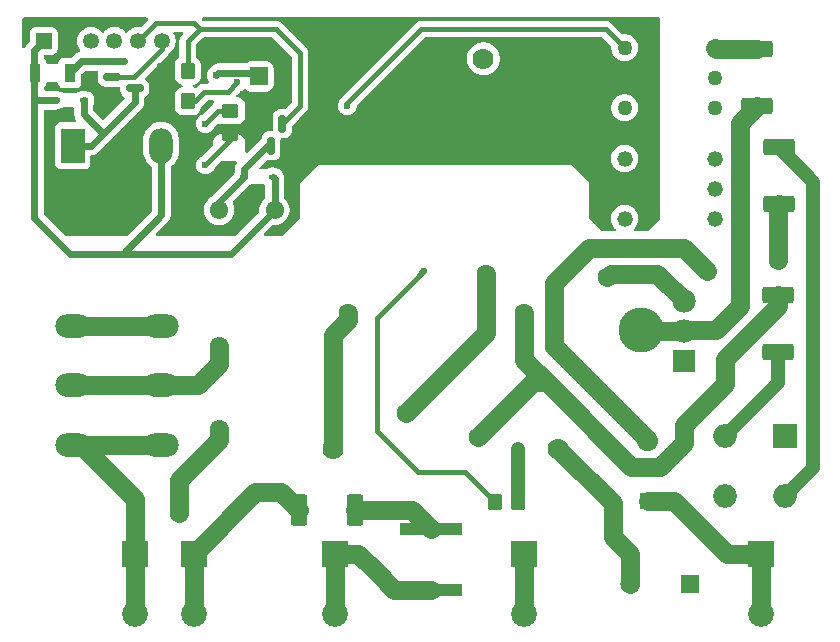
<source format=gbr>
%TF.GenerationSoftware,KiCad,Pcbnew,9.0.6-9.0.6~ubuntu24.04.1*%
%TF.CreationDate,2025-12-27T17:57:41+01:00*%
%TF.ProjectId,hv_board,68765f62-6f61-4726-942e-6b696361645f,rev?*%
%TF.SameCoordinates,Original*%
%TF.FileFunction,Copper,L1,Top*%
%TF.FilePolarity,Positive*%
%FSLAX46Y46*%
G04 Gerber Fmt 4.6, Leading zero omitted, Abs format (unit mm)*
G04 Created by KiCad (PCBNEW 9.0.6-9.0.6~ubuntu24.04.1) date 2025-12-27 17:57:41*
%MOMM*%
%LPD*%
G01*
G04 APERTURE LIST*
G04 Aperture macros list*
%AMRoundRect*
0 Rectangle with rounded corners*
0 $1 Rounding radius*
0 $2 $3 $4 $5 $6 $7 $8 $9 X,Y pos of 4 corners*
0 Add a 4 corners polygon primitive as box body*
4,1,4,$2,$3,$4,$5,$6,$7,$8,$9,$2,$3,0*
0 Add four circle primitives for the rounded corners*
1,1,$1+$1,$2,$3*
1,1,$1+$1,$4,$5*
1,1,$1+$1,$6,$7*
1,1,$1+$1,$8,$9*
0 Add four rect primitives between the rounded corners*
20,1,$1+$1,$2,$3,$4,$5,0*
20,1,$1+$1,$4,$5,$6,$7,0*
20,1,$1+$1,$6,$7,$8,$9,0*
20,1,$1+$1,$8,$9,$2,$3,0*%
G04 Aperture macros list end*
%TA.AperFunction,ComponentPad*%
%ADD10R,1.980000X1.980000*%
%TD*%
%TA.AperFunction,ComponentPad*%
%ADD11C,1.980000*%
%TD*%
%TA.AperFunction,SMDPad,CuDef*%
%ADD12R,5.350000X1.060000*%
%TD*%
%TA.AperFunction,ComponentPad*%
%ADD13C,1.549400*%
%TD*%
%TA.AperFunction,ComponentPad*%
%ADD14C,1.320800*%
%TD*%
%TA.AperFunction,SMDPad,CuDef*%
%ADD15RoundRect,0.249999X1.075001X-0.450001X1.075001X0.450001X-1.075001X0.450001X-1.075001X-0.450001X0*%
%TD*%
%TA.AperFunction,ComponentPad*%
%ADD16R,1.625600X1.625600*%
%TD*%
%TA.AperFunction,ComponentPad*%
%ADD17C,1.625600*%
%TD*%
%TA.AperFunction,ComponentPad*%
%ADD18R,2.000000X2.000000*%
%TD*%
%TA.AperFunction,ComponentPad*%
%ADD19O,2.000000X2.000000*%
%TD*%
%TA.AperFunction,SMDPad,CuDef*%
%ADD20RoundRect,0.250000X-0.350000X-0.450000X0.350000X-0.450000X0.350000X0.450000X-0.350000X0.450000X0*%
%TD*%
%TA.AperFunction,ComponentPad*%
%ADD21C,3.810000*%
%TD*%
%TA.AperFunction,ComponentPad*%
%ADD22C,1.270000*%
%TD*%
%TA.AperFunction,ComponentPad*%
%ADD23R,2.175000X2.175000*%
%TD*%
%TA.AperFunction,ComponentPad*%
%ADD24C,2.175000*%
%TD*%
%TA.AperFunction,SMDPad,CuDef*%
%ADD25R,0.711200X0.406400*%
%TD*%
%TA.AperFunction,SMDPad,CuDef*%
%ADD26RoundRect,0.249999X-0.450001X-1.075001X0.450001X-1.075001X0.450001X1.075001X-0.450001X1.075001X0*%
%TD*%
%TA.AperFunction,ComponentPad*%
%ADD27O,3.000000X2.000000*%
%TD*%
%TA.AperFunction,ComponentPad*%
%ADD28R,2.000000X3.000000*%
%TD*%
%TA.AperFunction,ComponentPad*%
%ADD29O,2.000000X3.000000*%
%TD*%
%TA.AperFunction,SMDPad,CuDef*%
%ADD30RoundRect,0.250000X0.350000X0.450000X-0.350000X0.450000X-0.350000X-0.450000X0.350000X-0.450000X0*%
%TD*%
%TA.AperFunction,SMDPad,CuDef*%
%ADD31RoundRect,0.150000X-0.587500X-0.150000X0.587500X-0.150000X0.587500X0.150000X-0.587500X0.150000X0*%
%TD*%
%TA.AperFunction,SMDPad,CuDef*%
%ADD32R,0.965200X1.600200*%
%TD*%
%TA.AperFunction,SMDPad,CuDef*%
%ADD33RoundRect,0.250000X0.450000X-0.350000X0.450000X0.350000X-0.450000X0.350000X-0.450000X-0.350000X0*%
%TD*%
%TA.AperFunction,ComponentPad*%
%ADD34RoundRect,0.250000X0.550000X-0.550000X0.550000X0.550000X-0.550000X0.550000X-0.550000X-0.550000X0*%
%TD*%
%TA.AperFunction,ComponentPad*%
%ADD35C,1.600000*%
%TD*%
%TA.AperFunction,SMDPad,CuDef*%
%ADD36RoundRect,0.249999X-1.075001X0.450001X-1.075001X-0.450001X1.075001X-0.450001X1.075001X0.450001X0*%
%TD*%
%TA.AperFunction,ComponentPad*%
%ADD37C,1.778000*%
%TD*%
%TA.AperFunction,ComponentPad*%
%ADD38R,1.473200X1.473200*%
%TD*%
%TA.AperFunction,ComponentPad*%
%ADD39C,1.473200*%
%TD*%
%TA.AperFunction,ComponentPad*%
%ADD40R,1.350000X1.350000*%
%TD*%
%TA.AperFunction,ComponentPad*%
%ADD41C,1.350000*%
%TD*%
%TA.AperFunction,SMDPad,CuDef*%
%ADD42RoundRect,0.150000X-0.150000X0.587500X-0.150000X-0.587500X0.150000X-0.587500X0.150000X0.587500X0*%
%TD*%
%TA.AperFunction,ViaPad*%
%ADD43C,0.600000*%
%TD*%
%TA.AperFunction,ViaPad*%
%ADD44C,1.600000*%
%TD*%
%TA.AperFunction,ViaPad*%
%ADD45C,1.200000*%
%TD*%
%TA.AperFunction,Conductor*%
%ADD46C,0.600000*%
%TD*%
%TA.AperFunction,Conductor*%
%ADD47C,1.600000*%
%TD*%
%TA.AperFunction,Conductor*%
%ADD48C,0.400000*%
%TD*%
%TA.AperFunction,Conductor*%
%ADD49C,1.200000*%
%TD*%
G04 APERTURE END LIST*
D10*
%TO.P,Q3,1,A1*%
%TO.N,Net-(Q3-A1)*%
X171000000Y-81600000D03*
D11*
%TO.P,Q3,2,A2*%
%TO.N,COFFEE_RELAY_L*%
X171000000Y-79050000D03*
%TO.P,Q3,3,G*%
%TO.N,Net-(Q3-G)*%
X171000000Y-76500000D03*
%TD*%
D12*
%TO.P,C1,1,1*%
%TO.N,Net-(C1-Pad1)*%
X149600000Y-95800000D03*
%TO.P,C1,2,2*%
%TO.N,COFFEE_RELAY_L*%
X149600000Y-101000000D03*
%TD*%
D13*
%TO.P,U2,1,1*%
%TO.N,COFFEE_RELAY_L*%
X131649500Y-87309100D03*
%TO.P,U2,2,2*%
%TO.N,230V_L*%
X131649500Y-80298700D03*
%TO.P,U2,3,3*%
%TO.N,12V*%
X136349500Y-68792500D03*
%TO.P,U2,4,4*%
%TO.N,Net-(Q2-D)*%
X131650500Y-68792500D03*
%TD*%
D14*
%TO.P,U5,1*%
%TO.N,Net-(R7-Pad2)*%
X173610000Y-69540000D03*
%TO.P,U5,2*%
%TO.N,Net-(D1--)*%
X173610000Y-67000000D03*
%TO.P,U5,3*%
%TO.N,unconnected-(U5-Pad3)*%
X173610000Y-64460000D03*
%TO.P,U5,4*%
%TO.N,PIN3*%
X165990000Y-64460000D03*
%TO.P,U5,5*%
%TO.N,GND*%
X165990000Y-67000000D03*
%TO.P,U5,6*%
%TO.N,12V*%
X165990000Y-69540000D03*
%TD*%
D15*
%TO.P,R6,1*%
%TO.N,Net-(D1-Pad2)*%
X179000000Y-80800000D03*
%TO.P,R6,2*%
%TO.N,230V_N*%
X179000000Y-76000000D03*
%TD*%
D16*
%TO.P,F1,1,1*%
%TO.N,230V_L*%
X171500000Y-100500000D03*
D17*
%TO.P,F1,2,2*%
%TO.N,Net-(U1-ACL)*%
X166420000Y-100500000D03*
%TD*%
D18*
%TO.P,D1,1,+*%
%TO.N,Net-(D1-+)*%
X179545000Y-87975000D03*
D19*
%TO.P,D1,2*%
%TO.N,Net-(D1-Pad2)*%
X174465000Y-87975000D03*
%TO.P,D1,3,-*%
%TO.N,Net-(D1--)*%
X174465000Y-93055000D03*
%TO.P,D1,4*%
%TO.N,Net-(D1-Pad4)*%
X179545000Y-93055000D03*
%TD*%
D20*
%TO.P,R1,1*%
%TO.N,GND*%
X127000000Y-59600000D03*
%TO.P,R1,2*%
%TO.N,PIN6*%
X129000000Y-59600000D03*
%TD*%
D15*
%TO.P,R5,1*%
%TO.N,230V_L*%
X179045000Y-68300000D03*
%TO.P,R5,2*%
%TO.N,Net-(D1-Pad4)*%
X179045000Y-63500000D03*
%TD*%
D21*
%TO.P,H1,1,1*%
%TO.N,COFFEE_RELAY_L*%
X167400000Y-79000000D03*
%TD*%
D22*
%TO.P,U7,1*%
%TO.N,Net-(R8-Pad2)*%
X165990000Y-55060000D03*
%TO.P,U7,2*%
%TO.N,GND*%
X165990000Y-57600000D03*
%TO.P,U7,3,NC*%
%TO.N,unconnected-(U7-NC-Pad3)*%
X165990000Y-60140000D03*
%TO.P,U7,4*%
%TO.N,Net-(Q3-G)*%
X173610000Y-60140000D03*
%TO.P,U7,5,NC*%
%TO.N,unconnected-(U7-NC-Pad5)*%
X173610000Y-57600000D03*
%TO.P,U7,6*%
%TO.N,Net-(R9-Pad1)*%
X173610000Y-55060000D03*
%TD*%
D23*
%TO.P,FA1,1,1*%
%TO.N,Net-(F2-Pad1)*%
X177500000Y-97900000D03*
D24*
%TO.P,FA1,2,2*%
X177500000Y-103000000D03*
%TD*%
D23*
%TO.P,FA11,1,1*%
%TO.N,Net-(FA11-Pad1)*%
X124500000Y-97900000D03*
D24*
%TO.P,FA11,2,2*%
X124500000Y-103000000D03*
%TD*%
D25*
%TO.P,U3,1*%
%TO.N,12V*%
X117806200Y-59500000D03*
%TO.P,U3,2*%
%TO.N,Net-(Q1-D)*%
X120193800Y-59500000D03*
%TD*%
D26*
%TO.P,R11,1*%
%TO.N,Net-(Q3-A1)*%
X138400000Y-94200000D03*
%TO.P,R11,2*%
%TO.N,Net-(C1-Pad1)*%
X143200000Y-94200000D03*
%TD*%
D27*
%TO.P,K1,11*%
%TO.N,230V_L*%
X126750000Y-83650000D03*
X119250000Y-83650000D03*
%TO.P,K1,12*%
%TO.N,unconnected-(K1-Pad12)*%
X126750000Y-78610000D03*
X119250000Y-78610000D03*
%TO.P,K1,14*%
%TO.N,Net-(FA11-Pad1)*%
X126750000Y-88690000D03*
X119250000Y-88690000D03*
D28*
%TO.P,K1,A1*%
%TO.N,Net-(Q1-D)*%
X119250000Y-63350000D03*
D29*
%TO.P,K1,A2*%
%TO.N,12V*%
X126750000Y-63350000D03*
%TD*%
D30*
%TO.P,R7,1*%
%TO.N,Net-(D1-+)*%
X157000000Y-93500000D03*
%TO.P,R7,2*%
%TO.N,Net-(R7-Pad2)*%
X155000000Y-93500000D03*
%TD*%
D31*
%TO.P,Q1,1,G*%
%TO.N,PIN6*%
X122625000Y-57550000D03*
%TO.P,Q1,2,S*%
%TO.N,GND*%
X122625000Y-59450000D03*
%TO.P,Q1,3,D*%
%TO.N,Net-(Q1-D)*%
X124500000Y-58500000D03*
%TD*%
D32*
%TO.P,F4,1,1*%
%TO.N,Net-(U1-+VOUT)*%
X119000000Y-57200000D03*
%TO.P,F4,2,2*%
%TO.N,12V*%
X116053600Y-57200000D03*
%TD*%
D33*
%TO.P,R8,1*%
%TO.N,PIN4*%
X132600000Y-62400000D03*
%TO.P,R8,2*%
%TO.N,Net-(R8-Pad2)*%
X132600000Y-60400000D03*
%TD*%
D23*
%TO.P,FA4,1,1*%
%TO.N,230V_N*%
X157500000Y-97900000D03*
D24*
%TO.P,FA4,2,2*%
X157500000Y-103000000D03*
%TD*%
D23*
%TO.P,FA10,1,1*%
%TO.N,Net-(Q3-A1)*%
X129500000Y-97900000D03*
D24*
%TO.P,FA10,2,2*%
X129500000Y-103000000D03*
%TD*%
D34*
%TO.P,C3,1*%
%TO.N,Net-(U1-+VOUT)*%
X135000000Y-57500000D03*
D35*
%TO.P,C3,2*%
%TO.N,GND*%
X135000000Y-55000000D03*
%TD*%
D36*
%TO.P,R9,1*%
%TO.N,Net-(R9-Pad1)*%
X177200000Y-55200000D03*
%TO.P,R9,2*%
%TO.N,COFFEE_RELAY_L*%
X177200000Y-60000000D03*
%TD*%
D23*
%TO.P,FA7,1,1*%
%TO.N,COFFEE_RELAY_L*%
X141500000Y-97900000D03*
D24*
%TO.P,FA7,2,2*%
X141500000Y-103000000D03*
%TD*%
D20*
%TO.P,R28,1*%
%TO.N,GND*%
X127000000Y-57000000D03*
%TO.P,R28,2*%
%TO.N,PIN5*%
X129000000Y-57000000D03*
%TD*%
D37*
%TO.P,U1,1,ACN*%
%TO.N,230V_N*%
X141340000Y-89010000D03*
%TO.P,U1,2,ACL*%
%TO.N,Net-(U1-ACL)*%
X160390000Y-89010000D03*
%TO.P,U1,3,-VOUT*%
%TO.N,GND*%
X141340000Y-55990000D03*
%TO.P,U1,4,+VOUT*%
%TO.N,Net-(U1-+VOUT)*%
X154040000Y-55990000D03*
%TD*%
D38*
%TO.P,F2,1,1*%
%TO.N,Net-(F2-Pad1)*%
X168000000Y-93405000D03*
D39*
%TO.P,F2,2,2*%
%TO.N,230V_L*%
X168000000Y-88325000D03*
%TD*%
D40*
%TO.P,J6,1,Pin_1*%
%TO.N,12V*%
X116800000Y-54500000D03*
D41*
%TO.P,J6,2,Pin_2*%
%TO.N,GND*%
X118800000Y-54500000D03*
%TO.P,J6,3,Pin_3*%
%TO.N,PIN3*%
X120800000Y-54500000D03*
%TO.P,J6,4,Pin_4*%
%TO.N,PIN4*%
X122800000Y-54500000D03*
%TO.P,J6,5,Pin_5*%
%TO.N,PIN5*%
X124800000Y-54500000D03*
%TO.P,J6,6,Pin_6*%
%TO.N,PIN6*%
X126800000Y-54500000D03*
%TD*%
D25*
%TO.P,U4,1*%
%TO.N,12V*%
X136193800Y-66000000D03*
%TO.P,U4,2*%
%TO.N,Net-(Q2-D)*%
X133806200Y-66000000D03*
%TD*%
D42*
%TO.P,Q2,1,G*%
%TO.N,PIN5*%
X137000000Y-61500000D03*
%TO.P,Q2,2,S*%
%TO.N,GND*%
X135100000Y-61500000D03*
%TO.P,Q2,3,D*%
%TO.N,Net-(Q2-D)*%
X136050000Y-63375000D03*
%TD*%
D43*
%TO.N,GND*%
X119500000Y-68000000D03*
X123502872Y-68000000D03*
X164000000Y-68000000D03*
X122000000Y-60600000D03*
X168000000Y-68000000D03*
%TO.N,Net-(U1-+VOUT)*%
X131400000Y-57400000D03*
X123600000Y-56200000D03*
D44*
%TO.N,230V_L*%
X179000000Y-73000000D03*
X160000000Y-80300000D03*
X173000000Y-74000000D03*
%TO.N,230V_N*%
X142610000Y-77500000D03*
X153600000Y-88000000D03*
X157500000Y-77500000D03*
%TO.N,COFFEE_RELAY_L*%
X128250000Y-94500000D03*
X154250000Y-74250000D03*
X147500000Y-86000000D03*
D45*
%TO.N,Net-(D1-+)*%
X157000000Y-89000000D03*
D43*
%TO.N,PIN6*%
X133200000Y-58000000D03*
D44*
%TO.N,Net-(Q3-A1)*%
X136200000Y-92700000D03*
D43*
%TO.N,Net-(R7-Pad2)*%
X149000000Y-74000000D03*
%TO.N,Net-(R8-Pad2)*%
X142500000Y-60000000D03*
X130500000Y-61500000D03*
D44*
%TO.N,Net-(Q3-G)*%
X164500000Y-74500000D03*
D43*
%TO.N,PIN4*%
X130500000Y-65000000D03*
%TD*%
D46*
%TO.N,Net-(U1-+VOUT)*%
X131601000Y-57199000D02*
X131400000Y-57400000D01*
X135000000Y-57500000D02*
X134699000Y-57199000D01*
X120000000Y-56200000D02*
X123600000Y-56200000D01*
X134699000Y-57199000D02*
X131601000Y-57199000D01*
X119000000Y-57200000D02*
X120000000Y-56200000D01*
D47*
%TO.N,230V_L*%
X131649500Y-81850500D02*
X129850000Y-83650000D01*
X168000000Y-88325000D02*
X168000000Y-88300000D01*
X119250000Y-83650000D02*
X123000000Y-83650000D01*
X168000000Y-88300000D02*
X160000000Y-80300000D01*
X160000000Y-75000000D02*
X160000000Y-80300000D01*
X171000000Y-72000000D02*
X163000000Y-72000000D01*
X123000000Y-83650000D02*
X126750000Y-83650000D01*
X129850000Y-83650000D02*
X126750000Y-83650000D01*
X179000000Y-73000000D02*
X179000000Y-68345000D01*
X168000000Y-88325000D02*
X167825000Y-88325000D01*
X131649500Y-80298700D02*
X131649500Y-81850500D01*
X163000000Y-72000000D02*
X160000000Y-75000000D01*
X173000000Y-74000000D02*
X171000000Y-72000000D01*
X179000000Y-68345000D02*
X179045000Y-68300000D01*
%TO.N,Net-(U1-ACL)*%
X166420000Y-97920000D02*
X165000000Y-96500000D01*
X166420000Y-100500000D02*
X166420000Y-97920000D01*
X165000000Y-93620000D02*
X165000000Y-94250000D01*
X165000000Y-96500000D02*
X165000000Y-94250000D01*
X160390000Y-89010000D02*
X165000000Y-93620000D01*
%TO.N,Net-(F2-Pad1)*%
X170155000Y-93405000D02*
X174650000Y-97900000D01*
X177500000Y-97900000D02*
X177500000Y-103000000D01*
X174650000Y-97900000D02*
X177500000Y-97900000D01*
X168000000Y-93405000D02*
X170155000Y-93405000D01*
%TO.N,230V_N*%
X157500000Y-97900000D02*
X157500000Y-103000000D01*
X142610000Y-77500000D02*
X142610000Y-78140000D01*
X168974000Y-90526000D02*
X171000000Y-88500000D01*
X171000000Y-88500000D02*
X171000000Y-87000000D01*
X174500000Y-81433206D02*
X179000000Y-76933206D01*
X159400000Y-83400000D02*
X166526000Y-90526000D01*
X171000000Y-87000000D02*
X174500000Y-83500000D01*
X174500000Y-83500000D02*
X174500000Y-81433206D01*
X142610000Y-78140000D02*
X141340000Y-79410000D01*
X157500000Y-81500000D02*
X159400000Y-83400000D01*
X166526000Y-90526000D02*
X168974000Y-90526000D01*
X158200000Y-83400000D02*
X153600000Y-88000000D01*
X179000000Y-76933206D02*
X179000000Y-76000000D01*
X159400000Y-83400000D02*
X158200000Y-83400000D01*
X141340000Y-79410000D02*
X141340000Y-89010000D01*
X157500000Y-77500000D02*
X157500000Y-81500000D01*
%TO.N,Net-(C1-Pad1)*%
X143200000Y-94200000D02*
X148000000Y-94200000D01*
X148000000Y-94200000D02*
X149600000Y-95800000D01*
%TO.N,COFFEE_RELAY_L*%
X144900000Y-99400000D02*
X146500000Y-101000000D01*
X141500000Y-97900000D02*
X143400000Y-97900000D01*
D48*
X175744300Y-61655700D02*
X175744300Y-61455700D01*
D47*
X173688600Y-79000000D02*
X175744300Y-76944300D01*
X146500000Y-101000000D02*
X149600000Y-101000000D01*
X154250000Y-79250000D02*
X147500000Y-86000000D01*
X141500000Y-103000000D02*
X141500000Y-97900000D01*
X171000000Y-79050000D02*
X167450000Y-79050000D01*
X128250000Y-91637316D02*
X131649500Y-88237816D01*
X131649500Y-88237816D02*
X131649500Y-87309100D01*
X143400000Y-97900000D02*
X144900000Y-99400000D01*
X154250000Y-74250000D02*
X154250000Y-79250000D01*
D48*
X167450000Y-79050000D02*
X167400000Y-79000000D01*
D47*
X175744300Y-61655700D02*
X175744300Y-76944300D01*
X175744300Y-61455700D02*
X177200000Y-60000000D01*
X171000000Y-79000000D02*
X173688600Y-79000000D01*
X128250000Y-94500000D02*
X128250000Y-91637316D01*
D46*
%TO.N,Net-(Q1-D)*%
X121850000Y-62350000D02*
X120850000Y-63350000D01*
X120193800Y-59500000D02*
X120193800Y-60693800D01*
X124500000Y-59700000D02*
X121850000Y-62350000D01*
X120193800Y-60693800D02*
X121850000Y-62350000D01*
X124500000Y-58500000D02*
X124500000Y-59700000D01*
X119250000Y-63350000D02*
X119250000Y-62250000D01*
X120850000Y-63350000D02*
X119250000Y-63350000D01*
D47*
%TO.N,unconnected-(K1-Pad12)*%
X119250000Y-78610000D02*
X126750000Y-78610000D01*
D46*
%TO.N,Net-(Q2-D)*%
X133806200Y-65318801D02*
X133806200Y-66000000D01*
X135750001Y-63375000D02*
X133806200Y-65318801D01*
X131650500Y-68792500D02*
X131650500Y-68155700D01*
X131650500Y-68155700D02*
X133806200Y-66000000D01*
X136050000Y-63375000D02*
X135750001Y-63375000D01*
D49*
%TO.N,Net-(D1-+)*%
X157000000Y-93500000D02*
X157000000Y-89000000D01*
%TO.N,Net-(D1-Pad2)*%
X179000000Y-83440000D02*
X178440000Y-84000000D01*
X174465000Y-87975000D02*
X178440000Y-84000000D01*
X179000000Y-80800000D02*
X179000000Y-83440000D01*
%TO.N,Net-(D1-Pad4)*%
X181946000Y-90654000D02*
X181946000Y-66401000D01*
X179545000Y-93055000D02*
X181946000Y-90654000D01*
X181946000Y-66401000D02*
X179045000Y-63500000D01*
D48*
%TO.N,PIN5*%
X129000000Y-57000000D02*
X129000000Y-54500000D01*
X130000000Y-53500000D02*
X136500000Y-53500000D01*
X129500000Y-53000000D02*
X130000000Y-53500000D01*
X124800000Y-54500000D02*
X126300000Y-53000000D01*
X126300000Y-53000000D02*
X129500000Y-53000000D01*
X136500000Y-53500000D02*
X138500000Y-55500000D01*
X138500000Y-60000000D02*
X137000000Y-61500000D01*
X129000000Y-54500000D02*
X130000000Y-53500000D01*
X138500000Y-55500000D02*
X138500000Y-60000000D01*
%TO.N,PIN6*%
X130400000Y-58800000D02*
X129600000Y-59600000D01*
X129600000Y-59600000D02*
X129000000Y-59600000D01*
X124450000Y-57550000D02*
X122625000Y-57550000D01*
X132400000Y-58800000D02*
X130400000Y-58800000D01*
X126800000Y-54500000D02*
X126800000Y-55200000D01*
X133200000Y-58000000D02*
X132400000Y-58800000D01*
X126800000Y-55200000D02*
X124450000Y-57550000D01*
D47*
%TO.N,Net-(Q3-A1)*%
X129500000Y-97900000D02*
X129500000Y-103000000D01*
X136200000Y-92700000D02*
X134700000Y-92700000D01*
X134700000Y-92700000D02*
X129500000Y-97900000D01*
X136900000Y-92700000D02*
X138400000Y-94200000D01*
X136200000Y-92700000D02*
X136900000Y-92700000D01*
D48*
%TO.N,Net-(R7-Pad2)*%
X149000000Y-74000000D02*
X145011000Y-77989000D01*
X145011000Y-77989000D02*
X145011000Y-87511000D01*
X152500000Y-91000000D02*
X155000000Y-93500000D01*
X148500000Y-91000000D02*
X152500000Y-91000000D01*
X145011000Y-87511000D02*
X148500000Y-91000000D01*
%TO.N,Net-(R8-Pad2)*%
X142500000Y-59750000D02*
X148750000Y-53500000D01*
X132500000Y-60400000D02*
X131600000Y-60400000D01*
X164400000Y-53500000D02*
X165900000Y-55000000D01*
X148750000Y-53500000D02*
X164400000Y-53500000D01*
X131600000Y-60400000D02*
X130500000Y-61500000D01*
X142500000Y-60000000D02*
X142500000Y-59750000D01*
D46*
%TO.N,12V*%
X126750000Y-69250000D02*
X123500000Y-72500000D01*
X116000000Y-59500000D02*
X116000000Y-58500000D01*
X136349500Y-66155700D02*
X136193800Y-66000000D01*
X127500000Y-72500000D02*
X123500000Y-72500000D01*
X119000000Y-72500000D02*
X116000000Y-69500000D01*
X136349500Y-68792500D02*
X136349500Y-66155700D01*
X116000000Y-58500000D02*
X116000000Y-55300000D01*
X126750000Y-63350000D02*
X126750000Y-69250000D01*
X116000000Y-65500000D02*
X116000000Y-69500000D01*
X123500000Y-72500000D02*
X119000000Y-72500000D01*
X127500000Y-72500000D02*
X132642000Y-72500000D01*
X132642000Y-72500000D02*
X136349500Y-68792500D01*
X117806200Y-59500000D02*
X116000000Y-59500000D01*
X116000000Y-55300000D02*
X116800000Y-54500000D01*
X116000000Y-65500000D02*
X116000000Y-59500000D01*
X127053600Y-63046400D02*
X126750000Y-63350000D01*
D47*
%TO.N,Net-(FA11-Pad1)*%
X119250000Y-88690000D02*
X126750000Y-88690000D01*
X124500000Y-93250000D02*
X124500000Y-97900000D01*
X124500000Y-103000000D02*
X124500000Y-97900000D01*
X119940000Y-88690000D02*
X124500000Y-93250000D01*
X119250000Y-88690000D02*
X119940000Y-88690000D01*
%TO.N,Net-(Q3-G)*%
X164799000Y-74201000D02*
X164500000Y-74500000D01*
X168741000Y-74201000D02*
X164799000Y-74201000D01*
X171000000Y-76460000D02*
X168741000Y-74201000D01*
%TO.N,Net-(R9-Pad1)*%
X173750000Y-55200000D02*
X173610000Y-55060000D01*
X177200000Y-55200000D02*
X173750000Y-55200000D01*
D48*
%TO.N,PIN4*%
X132600000Y-62400000D02*
X132600000Y-62900000D01*
X132600000Y-62900000D02*
X130500000Y-65000000D01*
%TD*%
%TA.AperFunction,Conductor*%
%TO.N,Net-(R7-Pad2)*%
G36*
X148760062Y-73839634D02*
G01*
X148998734Y-73997984D01*
X149002015Y-74001265D01*
X149160365Y-74239937D01*
X149162084Y-74248725D01*
X149157331Y-74255986D01*
X148729277Y-74555972D01*
X148720535Y-74557914D01*
X148714289Y-74554664D01*
X148445335Y-74285710D01*
X148441908Y-74277437D01*
X148444025Y-74270725D01*
X148744015Y-73842666D01*
X148751567Y-73837860D01*
X148760062Y-73839634D01*
G37*
%TD.AperFunction*%
%TD*%
%TA.AperFunction,Conductor*%
%TO.N,GND*%
G36*
X128530725Y-53706738D02*
G01*
X128552814Y-53708318D01*
X128563597Y-53716390D01*
X128576519Y-53720185D01*
X128591018Y-53736918D01*
X128608747Y-53750190D01*
X128613454Y-53762810D01*
X128622274Y-53772989D01*
X128625425Y-53794906D01*
X128633164Y-53815654D01*
X128630301Y-53828814D01*
X128632218Y-53842147D01*
X128623018Y-53862290D01*
X128618312Y-53883927D01*
X128605043Y-53901652D01*
X128603193Y-53905703D01*
X128597161Y-53912181D01*
X128455888Y-54053453D01*
X128455887Y-54053454D01*
X128379222Y-54168192D01*
X128326421Y-54295667D01*
X128326418Y-54295679D01*
X128304179Y-54407484D01*
X128304179Y-54407488D01*
X128299500Y-54431007D01*
X128299500Y-55815201D01*
X128279815Y-55882240D01*
X128240598Y-55920739D01*
X128181344Y-55957287D01*
X128057289Y-56081342D01*
X127965187Y-56230663D01*
X127965185Y-56230668D01*
X127953747Y-56265186D01*
X127910001Y-56397203D01*
X127910001Y-56397204D01*
X127910000Y-56397204D01*
X127899500Y-56499983D01*
X127899500Y-57500001D01*
X127899501Y-57500019D01*
X127910000Y-57602796D01*
X127910001Y-57602799D01*
X127920175Y-57633501D01*
X127965186Y-57769334D01*
X128057288Y-57918656D01*
X128181344Y-58042712D01*
X128330666Y-58134814D01*
X128473953Y-58182294D01*
X128531396Y-58222065D01*
X128558219Y-58286581D01*
X128545904Y-58355357D01*
X128498361Y-58406557D01*
X128473952Y-58417705D01*
X128330666Y-58465186D01*
X128330663Y-58465187D01*
X128181342Y-58557289D01*
X128057289Y-58681342D01*
X127965187Y-58830663D01*
X127965185Y-58830668D01*
X127956123Y-58858015D01*
X127910001Y-58997203D01*
X127910001Y-58997204D01*
X127910000Y-58997204D01*
X127899500Y-59099983D01*
X127899500Y-60100001D01*
X127899501Y-60100019D01*
X127910000Y-60202796D01*
X127910001Y-60202799D01*
X127965185Y-60369331D01*
X127965187Y-60369336D01*
X127998644Y-60423578D01*
X128057288Y-60518656D01*
X128181344Y-60642712D01*
X128330666Y-60734814D01*
X128497203Y-60789999D01*
X128599991Y-60800500D01*
X129400008Y-60800499D01*
X129400016Y-60800498D01*
X129400019Y-60800498D01*
X129496825Y-60790609D01*
X129502797Y-60789999D01*
X129669334Y-60734814D01*
X129818656Y-60642712D01*
X129942712Y-60518656D01*
X130034814Y-60369334D01*
X130089999Y-60202797D01*
X130097137Y-60132918D01*
X130123532Y-60068229D01*
X130132805Y-60057850D01*
X130653838Y-59536819D01*
X130715161Y-59503334D01*
X130741519Y-59500500D01*
X131079558Y-59500500D01*
X131107080Y-59508581D01*
X131135308Y-59513739D01*
X131140188Y-59518303D01*
X131146597Y-59520185D01*
X131165379Y-59541861D01*
X131186339Y-59561462D01*
X131187977Y-59567940D01*
X131192352Y-59572989D01*
X131196434Y-59601384D01*
X131203469Y-59629200D01*
X131201566Y-59637072D01*
X131202296Y-59642147D01*
X131197126Y-59663919D01*
X131193088Y-59675959D01*
X131190186Y-59680666D01*
X131135001Y-59847203D01*
X131134706Y-59850085D01*
X131131592Y-59859374D01*
X131115431Y-59882539D01*
X131101979Y-59907361D01*
X131101705Y-59907636D01*
X130305412Y-60703929D01*
X130265184Y-60730809D01*
X130120823Y-60790604D01*
X130120814Y-60790609D01*
X129989711Y-60878210D01*
X129989707Y-60878213D01*
X129878213Y-60989707D01*
X129878210Y-60989711D01*
X129790609Y-61120814D01*
X129790602Y-61120827D01*
X129730264Y-61266498D01*
X129730261Y-61266510D01*
X129699500Y-61421153D01*
X129699500Y-61578846D01*
X129730261Y-61733489D01*
X129730264Y-61733501D01*
X129790602Y-61879172D01*
X129790609Y-61879185D01*
X129878210Y-62010288D01*
X129878213Y-62010292D01*
X129989707Y-62121786D01*
X129989711Y-62121789D01*
X130120814Y-62209390D01*
X130120827Y-62209397D01*
X130265730Y-62269417D01*
X130266503Y-62269737D01*
X130421153Y-62300499D01*
X130421156Y-62300500D01*
X130421158Y-62300500D01*
X130578844Y-62300500D01*
X130578845Y-62300499D01*
X130733497Y-62269737D01*
X130879179Y-62209394D01*
X131010289Y-62121789D01*
X131121789Y-62010289D01*
X131209394Y-61879179D01*
X131209395Y-61879176D01*
X131209397Y-61879173D01*
X131266001Y-61742517D01*
X131269192Y-61734810D01*
X131273824Y-61727879D01*
X131274921Y-61722837D01*
X131296069Y-61694586D01*
X131464162Y-61526493D01*
X131525483Y-61493010D01*
X131590840Y-61496469D01*
X131722203Y-61539999D01*
X131824991Y-61550500D01*
X133175008Y-61550499D01*
X133277797Y-61539999D01*
X133444334Y-61484814D01*
X133593656Y-61392712D01*
X133717712Y-61268656D01*
X133809814Y-61119334D01*
X133864999Y-60952797D01*
X133875500Y-60850009D01*
X133875499Y-59949992D01*
X133874494Y-59940157D01*
X133864999Y-59847203D01*
X133864998Y-59847200D01*
X133852897Y-59810683D01*
X133809814Y-59680666D01*
X133717712Y-59531344D01*
X133593656Y-59407288D01*
X133444334Y-59315186D01*
X133277797Y-59260001D01*
X133277794Y-59260000D01*
X133222428Y-59254344D01*
X133157736Y-59227947D01*
X133117585Y-59170766D01*
X133114722Y-59100955D01*
X133147348Y-59043307D01*
X133394586Y-58796069D01*
X133434810Y-58769192D01*
X133489435Y-58746566D01*
X133579173Y-58709397D01*
X133579176Y-58709395D01*
X133579179Y-58709394D01*
X133710289Y-58621789D01*
X133747673Y-58584405D01*
X133808995Y-58550919D01*
X133878687Y-58555903D01*
X133923036Y-58584404D01*
X133981344Y-58642712D01*
X134130666Y-58734814D01*
X134297203Y-58789999D01*
X134399991Y-58800500D01*
X135600008Y-58800499D01*
X135702797Y-58789999D01*
X135869334Y-58734814D01*
X136018656Y-58642712D01*
X136142712Y-58518656D01*
X136234814Y-58369334D01*
X136289999Y-58202797D01*
X136300500Y-58100009D01*
X136300499Y-56899992D01*
X136300009Y-56895199D01*
X136289999Y-56797203D01*
X136289998Y-56797200D01*
X136261198Y-56710289D01*
X136234814Y-56630666D01*
X136142712Y-56481344D01*
X136018656Y-56357288D01*
X135913476Y-56292413D01*
X135869336Y-56265187D01*
X135869331Y-56265185D01*
X135867862Y-56264698D01*
X135702797Y-56210001D01*
X135702795Y-56210000D01*
X135600010Y-56199500D01*
X134399998Y-56199500D01*
X134399981Y-56199501D01*
X134297203Y-56210000D01*
X134297200Y-56210001D01*
X134130668Y-56265185D01*
X134130663Y-56265187D01*
X133981342Y-56357289D01*
X133976451Y-56362181D01*
X133915128Y-56395666D01*
X133888770Y-56398500D01*
X131522155Y-56398500D01*
X131367510Y-56429261D01*
X131367498Y-56429264D01*
X131221827Y-56489602D01*
X131221814Y-56489609D01*
X131090711Y-56577210D01*
X131090707Y-56577213D01*
X130778213Y-56889707D01*
X130778210Y-56889711D01*
X130690609Y-57020814D01*
X130690602Y-57020827D01*
X130630264Y-57166498D01*
X130630261Y-57166510D01*
X130599500Y-57321153D01*
X130599500Y-57478846D01*
X130630261Y-57633489D01*
X130630264Y-57633501D01*
X130690602Y-57779172D01*
X130690609Y-57779185D01*
X130775752Y-57906609D01*
X130796630Y-57973286D01*
X130778146Y-58040666D01*
X130726167Y-58087357D01*
X130672650Y-58099500D01*
X130331004Y-58099500D01*
X130195677Y-58126418D01*
X130195667Y-58126421D01*
X130068192Y-58179222D01*
X129953454Y-58255887D01*
X129779615Y-58429726D01*
X129718292Y-58463211D01*
X129652932Y-58459751D01*
X129526046Y-58417705D01*
X129468603Y-58377933D01*
X129441780Y-58313417D01*
X129454095Y-58244641D01*
X129501638Y-58193442D01*
X129526045Y-58182295D01*
X129669334Y-58134814D01*
X129818656Y-58042712D01*
X129942712Y-57918656D01*
X130034814Y-57769334D01*
X130089999Y-57602797D01*
X130100500Y-57500009D01*
X130100499Y-56499992D01*
X130099438Y-56489609D01*
X130089999Y-56397203D01*
X130089998Y-56397200D01*
X130071028Y-56339953D01*
X130034814Y-56230666D01*
X129942712Y-56081344D01*
X129818656Y-55957288D01*
X129818655Y-55957287D01*
X129759402Y-55920739D01*
X129712678Y-55868791D01*
X129700500Y-55815201D01*
X129700500Y-54841519D01*
X129720185Y-54774480D01*
X129736819Y-54753838D01*
X130253838Y-54236819D01*
X130315161Y-54203334D01*
X130341519Y-54200500D01*
X136158481Y-54200500D01*
X136225520Y-54220185D01*
X136246162Y-54236819D01*
X137763181Y-55753838D01*
X137796666Y-55815161D01*
X137799500Y-55841519D01*
X137799500Y-59658481D01*
X137779815Y-59725520D01*
X137763181Y-59746162D01*
X137283662Y-60225681D01*
X137222339Y-60259166D01*
X137195981Y-60262000D01*
X136784298Y-60262000D01*
X136747432Y-60264901D01*
X136747426Y-60264902D01*
X136589606Y-60310754D01*
X136589603Y-60310755D01*
X136448137Y-60394417D01*
X136448129Y-60394423D01*
X136331923Y-60510629D01*
X136331917Y-60510637D01*
X136248255Y-60652103D01*
X136248254Y-60652106D01*
X136202402Y-60809926D01*
X136202401Y-60809932D01*
X136199500Y-60846798D01*
X136199500Y-62013000D01*
X136179815Y-62080039D01*
X136127011Y-62125794D01*
X136075500Y-62137000D01*
X135834298Y-62137000D01*
X135797432Y-62139901D01*
X135797426Y-62139902D01*
X135639606Y-62185754D01*
X135639603Y-62185755D01*
X135498137Y-62269417D01*
X135498129Y-62269423D01*
X135381923Y-62385629D01*
X135381917Y-62385637D01*
X135298255Y-62527103D01*
X135298254Y-62527106D01*
X135252402Y-62684926D01*
X135252401Y-62684931D01*
X135251242Y-62699667D01*
X135226357Y-62764955D01*
X135215305Y-62777617D01*
X134087180Y-63905741D01*
X134025857Y-63939226D01*
X133956165Y-63934242D01*
X133900232Y-63892370D01*
X133875815Y-63826906D01*
X133875499Y-63818083D01*
X133875499Y-63049992D01*
X133867510Y-62971789D01*
X133864999Y-62947203D01*
X133864998Y-62947200D01*
X133836765Y-62862000D01*
X133809814Y-62780666D01*
X133717712Y-62631344D01*
X133593656Y-62507288D01*
X133444334Y-62415186D01*
X133277797Y-62360001D01*
X133277795Y-62360000D01*
X133175010Y-62349500D01*
X131824998Y-62349500D01*
X131824981Y-62349501D01*
X131722203Y-62360000D01*
X131722200Y-62360001D01*
X131555668Y-62415185D01*
X131555663Y-62415187D01*
X131406342Y-62507289D01*
X131282289Y-62631342D01*
X131190187Y-62780663D01*
X131190186Y-62780666D01*
X131135001Y-62947203D01*
X131135001Y-62947204D01*
X131135000Y-62947204D01*
X131124500Y-63049983D01*
X131124500Y-63333481D01*
X131104815Y-63400520D01*
X131088181Y-63421162D01*
X130305414Y-64203928D01*
X130265186Y-64230808D01*
X130120823Y-64290604D01*
X130120814Y-64290609D01*
X129989711Y-64378210D01*
X129989707Y-64378213D01*
X129878213Y-64489707D01*
X129878210Y-64489711D01*
X129790609Y-64620814D01*
X129790602Y-64620827D01*
X129730264Y-64766498D01*
X129730261Y-64766510D01*
X129699500Y-64921153D01*
X129699500Y-65078846D01*
X129730261Y-65233489D01*
X129730264Y-65233501D01*
X129790602Y-65379172D01*
X129790609Y-65379185D01*
X129878210Y-65510288D01*
X129878213Y-65510292D01*
X129989707Y-65621786D01*
X129989711Y-65621789D01*
X130120814Y-65709390D01*
X130120827Y-65709397D01*
X130266498Y-65769735D01*
X130266503Y-65769737D01*
X130421153Y-65800499D01*
X130421156Y-65800500D01*
X130421158Y-65800500D01*
X130578844Y-65800500D01*
X130578845Y-65800499D01*
X130733497Y-65769737D01*
X130879179Y-65709394D01*
X131010289Y-65621789D01*
X131121789Y-65510289D01*
X131209394Y-65379179D01*
X131269193Y-65234809D01*
X131296070Y-65194584D01*
X131803837Y-64686818D01*
X131865160Y-64653333D01*
X131891518Y-64650499D01*
X133058004Y-64650499D01*
X133125043Y-64670184D01*
X133170798Y-64722988D01*
X133180742Y-64792146D01*
X133161106Y-64843390D01*
X133096809Y-64939615D01*
X133096802Y-64939628D01*
X133036464Y-65085299D01*
X133036461Y-65085311D01*
X133005700Y-65239954D01*
X133005700Y-65535056D01*
X133004839Y-65539961D01*
X133005464Y-65542704D01*
X132999123Y-65572546D01*
X132998296Y-65577263D01*
X132998095Y-65577817D01*
X132956509Y-65689317D01*
X132955991Y-65694128D01*
X132951770Y-65705791D01*
X132936948Y-65725994D01*
X132922855Y-65751265D01*
X131140211Y-67533911D01*
X131028713Y-67645408D01*
X131028709Y-67645413D01*
X131011644Y-67670951D01*
X130981431Y-67702373D01*
X130932074Y-67738233D01*
X130819763Y-67819832D01*
X130819761Y-67819834D01*
X130819760Y-67819834D01*
X130677834Y-67961760D01*
X130677834Y-67961761D01*
X130677832Y-67961763D01*
X130627163Y-68031502D01*
X130559851Y-68124149D01*
X130468724Y-68302995D01*
X130406700Y-68493885D01*
X130406700Y-68493888D01*
X130375300Y-68692140D01*
X130375300Y-68892859D01*
X130406700Y-69091111D01*
X130406700Y-69091114D01*
X130468724Y-69282004D01*
X130539627Y-69421158D01*
X130559851Y-69460850D01*
X130677832Y-69623237D01*
X130819763Y-69765168D01*
X130982150Y-69883149D01*
X131160993Y-69974274D01*
X131160995Y-69974275D01*
X131351886Y-70036299D01*
X131351887Y-70036299D01*
X131351890Y-70036300D01*
X131550140Y-70067700D01*
X131550141Y-70067700D01*
X131750859Y-70067700D01*
X131750860Y-70067700D01*
X131949110Y-70036300D01*
X131949113Y-70036299D01*
X131949114Y-70036299D01*
X132140004Y-69974275D01*
X132140004Y-69974274D01*
X132140007Y-69974274D01*
X132318850Y-69883149D01*
X132481237Y-69765168D01*
X132623168Y-69623237D01*
X132741149Y-69460850D01*
X132832274Y-69282007D01*
X132877304Y-69143418D01*
X132894299Y-69091114D01*
X132894299Y-69091113D01*
X132894300Y-69091110D01*
X132925700Y-68892860D01*
X132925700Y-68692140D01*
X132894300Y-68493890D01*
X132894299Y-68493886D01*
X132894299Y-68493885D01*
X132832275Y-68302995D01*
X132806682Y-68252766D01*
X132793786Y-68184097D01*
X132820062Y-68119357D01*
X132829477Y-68108799D01*
X134207333Y-66730943D01*
X134249516Y-66703274D01*
X134262963Y-66697970D01*
X134269283Y-66697291D01*
X134404131Y-66646996D01*
X134417409Y-66637056D01*
X134432896Y-66630948D01*
X134451776Y-66629242D01*
X134469541Y-66622616D01*
X134478392Y-66622300D01*
X135425000Y-66622300D01*
X135492039Y-66641985D01*
X135537794Y-66694789D01*
X135549000Y-66746300D01*
X135549000Y-67738233D01*
X135529315Y-67805272D01*
X135512681Y-67825914D01*
X135376834Y-67961760D01*
X135376834Y-67961761D01*
X135376832Y-67961763D01*
X135326163Y-68031502D01*
X135258851Y-68124149D01*
X135167724Y-68302995D01*
X135105700Y-68493885D01*
X135105700Y-68493888D01*
X135074300Y-68692140D01*
X135074300Y-68884259D01*
X135054615Y-68951298D01*
X135037980Y-68971940D01*
X133552069Y-70457853D01*
X133046241Y-70963681D01*
X132984918Y-70997166D01*
X132958560Y-71000000D01*
X126431440Y-71000000D01*
X126364401Y-70980315D01*
X126318646Y-70927511D01*
X126308702Y-70858353D01*
X126337727Y-70794797D01*
X126343759Y-70788319D01*
X127371786Y-69760292D01*
X127371789Y-69760289D01*
X127459394Y-69629179D01*
X127519737Y-69483497D01*
X127550500Y-69328842D01*
X127550500Y-69171158D01*
X127550500Y-65186302D01*
X127570185Y-65119263D01*
X127601609Y-65085988D01*
X127727510Y-64994517D01*
X127894517Y-64827510D01*
X128033343Y-64636433D01*
X128140568Y-64425992D01*
X128213553Y-64201368D01*
X128226482Y-64119737D01*
X128250500Y-63968097D01*
X128250500Y-62731902D01*
X128213553Y-62498631D01*
X128168509Y-62360001D01*
X128140568Y-62274008D01*
X128140566Y-62274005D01*
X128140566Y-62274003D01*
X128079006Y-62153186D01*
X128033343Y-62063567D01*
X127894517Y-61872490D01*
X127727510Y-61705483D01*
X127536433Y-61566657D01*
X127457611Y-61526495D01*
X127325996Y-61459433D01*
X127101368Y-61386446D01*
X126868097Y-61349500D01*
X126868092Y-61349500D01*
X126631908Y-61349500D01*
X126631903Y-61349500D01*
X126398631Y-61386446D01*
X126174003Y-61459433D01*
X125963566Y-61566657D01*
X125907119Y-61607669D01*
X125772490Y-61705483D01*
X125772488Y-61705485D01*
X125772487Y-61705485D01*
X125605485Y-61872487D01*
X125605485Y-61872488D01*
X125605483Y-61872490D01*
X125600619Y-61879185D01*
X125466657Y-62063566D01*
X125359433Y-62274003D01*
X125286446Y-62498631D01*
X125249500Y-62731902D01*
X125249500Y-63968097D01*
X125286446Y-64201368D01*
X125359433Y-64425996D01*
X125446405Y-64596687D01*
X125466657Y-64636433D01*
X125605483Y-64827510D01*
X125772490Y-64994517D01*
X125898388Y-65085987D01*
X125941051Y-65141313D01*
X125949500Y-65186302D01*
X125949500Y-68867060D01*
X125929815Y-68934099D01*
X125913181Y-68954741D01*
X123904241Y-70963681D01*
X123842918Y-70997166D01*
X123816560Y-71000000D01*
X118683440Y-71000000D01*
X118616401Y-70980315D01*
X118595759Y-70963681D01*
X116836819Y-69204741D01*
X116803334Y-69143418D01*
X116800500Y-69117060D01*
X116800500Y-60424500D01*
X116820185Y-60357461D01*
X116872989Y-60311706D01*
X116924500Y-60300500D01*
X117885044Y-60300500D01*
X117885045Y-60300499D01*
X118039697Y-60269737D01*
X118143309Y-60226820D01*
X118178960Y-60212053D01*
X118213157Y-60203324D01*
X118269283Y-60197291D01*
X118404131Y-60146996D01*
X118404134Y-60146993D01*
X118411914Y-60142746D01*
X118412534Y-60143881D01*
X118469541Y-60122616D01*
X118478392Y-60122300D01*
X119269300Y-60122300D01*
X119336339Y-60141985D01*
X119382094Y-60194789D01*
X119393300Y-60246300D01*
X119393300Y-60772646D01*
X119424061Y-60927289D01*
X119424064Y-60927301D01*
X119484402Y-61072972D01*
X119484409Y-61072985D01*
X119540285Y-61156609D01*
X119561163Y-61223287D01*
X119542678Y-61290667D01*
X119490699Y-61337357D01*
X119437183Y-61349500D01*
X118202129Y-61349500D01*
X118202123Y-61349501D01*
X118142516Y-61355908D01*
X118007671Y-61406202D01*
X118007664Y-61406206D01*
X117892455Y-61492452D01*
X117892452Y-61492455D01*
X117806206Y-61607664D01*
X117806202Y-61607671D01*
X117755908Y-61742517D01*
X117749501Y-61802116D01*
X117749500Y-61802135D01*
X117749500Y-64897870D01*
X117749501Y-64897876D01*
X117755908Y-64957483D01*
X117806202Y-65092328D01*
X117806206Y-65092335D01*
X117892452Y-65207544D01*
X117892455Y-65207547D01*
X118007664Y-65293793D01*
X118007671Y-65293797D01*
X118142517Y-65344091D01*
X118142516Y-65344091D01*
X118149444Y-65344835D01*
X118202127Y-65350500D01*
X120297872Y-65350499D01*
X120357483Y-65344091D01*
X120492331Y-65293796D01*
X120607546Y-65207546D01*
X120693796Y-65092331D01*
X120744091Y-64957483D01*
X120750500Y-64897873D01*
X120750500Y-64274500D01*
X120770185Y-64207461D01*
X120822989Y-64161706D01*
X120874500Y-64150500D01*
X120928844Y-64150500D01*
X120928845Y-64150499D01*
X121083497Y-64119737D01*
X121229179Y-64059394D01*
X121360289Y-63971789D01*
X122360286Y-62971791D01*
X122360290Y-62971789D01*
X122471789Y-62860290D01*
X122471791Y-62860286D01*
X125121789Y-60210289D01*
X125209394Y-60079179D01*
X125269737Y-59933497D01*
X125300500Y-59778842D01*
X125300500Y-59621158D01*
X125300500Y-59350503D01*
X125320185Y-59283464D01*
X125361377Y-59243772D01*
X125489365Y-59168081D01*
X125605581Y-59051865D01*
X125689244Y-58910398D01*
X125735098Y-58752569D01*
X125738000Y-58715694D01*
X125738000Y-58284306D01*
X125735098Y-58247431D01*
X125734287Y-58244641D01*
X125692806Y-58101862D01*
X125689244Y-58089602D01*
X125605581Y-57948135D01*
X125605579Y-57948133D01*
X125605576Y-57948129D01*
X125489370Y-57831923D01*
X125489361Y-57831916D01*
X125419203Y-57790425D01*
X125371519Y-57739356D01*
X125359016Y-57670614D01*
X125385661Y-57606025D01*
X125394633Y-57596022D01*
X127344114Y-55646543D01*
X127420775Y-55531811D01*
X127425067Y-55521449D01*
X127466744Y-55468578D01*
X127565787Y-55396621D01*
X127696621Y-55265787D01*
X127805378Y-55116096D01*
X127889379Y-54951235D01*
X127946555Y-54775264D01*
X127975500Y-54592514D01*
X127975500Y-54407486D01*
X127946555Y-54224736D01*
X127890903Y-54053454D01*
X127889380Y-54048767D01*
X127889379Y-54048764D01*
X127803794Y-53880795D01*
X127790898Y-53812126D01*
X127817174Y-53747385D01*
X127874281Y-53707128D01*
X127914279Y-53700500D01*
X128509480Y-53700500D01*
X128530725Y-53706738D01*
G37*
%TD.AperFunction*%
%TA.AperFunction,Conductor*%
G36*
X168943039Y-52520185D02*
G01*
X168988794Y-52572989D01*
X169000000Y-52624500D01*
X169000000Y-69448638D01*
X168980315Y-69515677D01*
X168963681Y-69536319D01*
X167936819Y-70563181D01*
X167875496Y-70596666D01*
X167849138Y-70599500D01*
X166871623Y-70599500D01*
X166804584Y-70579815D01*
X166758829Y-70527011D01*
X166748885Y-70457853D01*
X166777910Y-70394297D01*
X166783942Y-70387819D01*
X166875485Y-70296276D01*
X166982891Y-70148444D01*
X167065848Y-69985631D01*
X167122315Y-69811845D01*
X167143284Y-69679452D01*
X167150900Y-69631370D01*
X167150900Y-69448629D01*
X167122315Y-69268158D01*
X167122315Y-69268155D01*
X167065848Y-69094369D01*
X166982891Y-68931556D01*
X166875485Y-68783724D01*
X166746276Y-68654515D01*
X166598444Y-68547109D01*
X166435631Y-68464152D01*
X166261845Y-68407685D01*
X166261843Y-68407684D01*
X166261841Y-68407684D01*
X166081370Y-68379100D01*
X166081365Y-68379100D01*
X165898635Y-68379100D01*
X165898630Y-68379100D01*
X165718158Y-68407684D01*
X165544366Y-68464153D01*
X165381555Y-68547109D01*
X165233721Y-68654517D01*
X165104517Y-68783721D01*
X164997109Y-68931555D01*
X164914153Y-69094366D01*
X164857684Y-69268158D01*
X164829100Y-69448629D01*
X164829100Y-69631370D01*
X164857684Y-69811841D01*
X164857685Y-69811845D01*
X164914152Y-69985631D01*
X164997109Y-70148444D01*
X165104515Y-70296276D01*
X165104517Y-70296278D01*
X165196058Y-70387819D01*
X165229543Y-70449142D01*
X165224559Y-70518834D01*
X165182687Y-70574767D01*
X165117223Y-70599184D01*
X165108377Y-70599500D01*
X164150862Y-70599500D01*
X164083823Y-70579815D01*
X164063181Y-70563181D01*
X163036319Y-69536319D01*
X163002834Y-69474996D01*
X163000000Y-69448638D01*
X163000000Y-66500000D01*
X161500000Y-65000000D01*
X140000000Y-65000000D01*
X139999999Y-65000000D01*
X138500000Y-66499999D01*
X138500000Y-69448638D01*
X138480315Y-69515677D01*
X138463681Y-69536319D01*
X137036319Y-70963681D01*
X136974996Y-70997166D01*
X136948638Y-71000000D01*
X135573439Y-71000000D01*
X135506400Y-70980315D01*
X135460645Y-70927511D01*
X135450701Y-70858353D01*
X135479726Y-70794797D01*
X135485758Y-70788319D01*
X136170058Y-70104019D01*
X136231381Y-70070534D01*
X136257739Y-70067700D01*
X136449859Y-70067700D01*
X136449860Y-70067700D01*
X136648110Y-70036300D01*
X136648113Y-70036299D01*
X136648114Y-70036299D01*
X136839004Y-69974275D01*
X136839004Y-69974274D01*
X136839007Y-69974274D01*
X137017850Y-69883149D01*
X137180237Y-69765168D01*
X137322168Y-69623237D01*
X137440149Y-69460850D01*
X137531274Y-69282007D01*
X137576304Y-69143418D01*
X137593299Y-69091114D01*
X137593299Y-69091113D01*
X137593300Y-69091110D01*
X137624700Y-68892860D01*
X137624700Y-68692140D01*
X137593300Y-68493890D01*
X137593299Y-68493886D01*
X137593299Y-68493885D01*
X137531275Y-68302995D01*
X137505682Y-68252766D01*
X137440149Y-68124150D01*
X137322168Y-67961763D01*
X137186319Y-67825914D01*
X137152834Y-67764591D01*
X137150000Y-67738233D01*
X137150000Y-66076855D01*
X137149999Y-66076853D01*
X137119238Y-65922210D01*
X137119237Y-65922203D01*
X137058894Y-65776521D01*
X137058892Y-65776518D01*
X137057575Y-65773338D01*
X137048846Y-65739137D01*
X137047433Y-65725994D01*
X137043491Y-65689317D01*
X136999938Y-65572546D01*
X136993197Y-65554471D01*
X136993193Y-65554464D01*
X136906947Y-65439255D01*
X136906944Y-65439252D01*
X136791735Y-65353006D01*
X136791728Y-65353002D01*
X136656882Y-65302708D01*
X136656884Y-65302708D01*
X136600756Y-65296674D01*
X136566560Y-65287946D01*
X136427301Y-65230264D01*
X136427289Y-65230261D01*
X136272645Y-65199500D01*
X136272642Y-65199500D01*
X136114958Y-65199500D01*
X136114955Y-65199500D01*
X135960310Y-65230261D01*
X135960298Y-65230264D01*
X135821039Y-65287947D01*
X135786840Y-65296676D01*
X135730716Y-65302708D01*
X135595871Y-65353002D01*
X135588086Y-65357254D01*
X135587465Y-65356118D01*
X135530459Y-65377384D01*
X135521608Y-65377700D01*
X135178741Y-65377700D01*
X135111702Y-65358015D01*
X135065947Y-65305211D01*
X135056003Y-65236053D01*
X135085028Y-65172497D01*
X135091060Y-65166019D01*
X135197980Y-65059098D01*
X135628997Y-64628080D01*
X135690318Y-64594597D01*
X135751269Y-64596686D01*
X135797431Y-64610098D01*
X135834306Y-64613000D01*
X135834314Y-64613000D01*
X136265686Y-64613000D01*
X136265694Y-64613000D01*
X136302569Y-64610098D01*
X136302571Y-64610097D01*
X136302573Y-64610097D01*
X136344191Y-64598005D01*
X136460398Y-64564244D01*
X136601865Y-64480581D01*
X136713817Y-64368629D01*
X164829100Y-64368629D01*
X164829100Y-64551370D01*
X164850553Y-64686818D01*
X164857685Y-64731845D01*
X164914152Y-64905631D01*
X164997109Y-65068444D01*
X165104515Y-65216276D01*
X165233724Y-65345485D01*
X165381556Y-65452891D01*
X165544369Y-65535848D01*
X165718155Y-65592315D01*
X165785835Y-65603034D01*
X165898630Y-65620900D01*
X165898635Y-65620900D01*
X166081370Y-65620900D01*
X166181631Y-65605019D01*
X166261845Y-65592315D01*
X166435631Y-65535848D01*
X166598444Y-65452891D01*
X166746276Y-65345485D01*
X166875485Y-65216276D01*
X166982891Y-65068444D01*
X167065848Y-64905631D01*
X167122315Y-64731845D01*
X167137427Y-64636433D01*
X167150900Y-64551370D01*
X167150900Y-64368629D01*
X167131843Y-64248315D01*
X167122315Y-64188155D01*
X167065848Y-64014369D01*
X166982891Y-63851556D01*
X166875485Y-63703724D01*
X166746276Y-63574515D01*
X166598444Y-63467109D01*
X166435631Y-63384152D01*
X166261845Y-63327685D01*
X166261843Y-63327684D01*
X166261841Y-63327684D01*
X166081370Y-63299100D01*
X166081365Y-63299100D01*
X165898635Y-63299100D01*
X165898630Y-63299100D01*
X165718158Y-63327684D01*
X165544366Y-63384153D01*
X165381555Y-63467109D01*
X165233721Y-63574517D01*
X165104517Y-63703721D01*
X164997109Y-63851555D01*
X164914153Y-64014366D01*
X164857684Y-64188158D01*
X164829100Y-64368629D01*
X136713817Y-64368629D01*
X136718081Y-64364365D01*
X136801744Y-64222898D01*
X136847598Y-64065069D01*
X136850500Y-64028194D01*
X136850500Y-62862000D01*
X136870185Y-62794961D01*
X136922989Y-62749206D01*
X136974500Y-62738000D01*
X137215686Y-62738000D01*
X137215694Y-62738000D01*
X137252569Y-62735098D01*
X137252571Y-62735097D01*
X137252573Y-62735097D01*
X137298320Y-62721806D01*
X137410398Y-62689244D01*
X137551865Y-62605581D01*
X137668081Y-62489365D01*
X137751744Y-62347898D01*
X137797598Y-62190069D01*
X137800500Y-62153194D01*
X137800500Y-61741518D01*
X137820185Y-61674479D01*
X137836819Y-61653837D01*
X138417684Y-61072972D01*
X139044113Y-60446543D01*
X139051840Y-60434979D01*
X139059459Y-60423578D01*
X139120771Y-60331817D01*
X139120771Y-60331816D01*
X139120775Y-60331811D01*
X139164264Y-60226820D01*
X139173580Y-60204329D01*
X139184984Y-60146996D01*
X139185557Y-60144117D01*
X139185557Y-60144114D01*
X139200500Y-60068993D01*
X139200500Y-59921153D01*
X141699500Y-59921153D01*
X141699500Y-60078846D01*
X141730261Y-60233489D01*
X141730264Y-60233501D01*
X141790602Y-60379172D01*
X141790609Y-60379185D01*
X141878210Y-60510288D01*
X141878213Y-60510292D01*
X141989707Y-60621786D01*
X141989711Y-60621789D01*
X142120814Y-60709390D01*
X142120827Y-60709397D01*
X142266498Y-60769735D01*
X142266503Y-60769737D01*
X142421148Y-60800498D01*
X142421153Y-60800499D01*
X142421156Y-60800500D01*
X142421158Y-60800500D01*
X142578844Y-60800500D01*
X142578845Y-60800499D01*
X142733497Y-60769737D01*
X142879179Y-60709394D01*
X143010289Y-60621789D01*
X143121789Y-60510289D01*
X143209394Y-60379179D01*
X143269737Y-60233497D01*
X143300500Y-60078842D01*
X143300500Y-60050634D01*
X164854500Y-60050634D01*
X164854500Y-60229366D01*
X164867541Y-60311706D01*
X164882460Y-60405898D01*
X164882460Y-60405901D01*
X164937689Y-60575878D01*
X164937691Y-60575881D01*
X165018833Y-60735132D01*
X165123889Y-60879728D01*
X165250272Y-61006111D01*
X165394868Y-61111167D01*
X165554119Y-61192309D01*
X165554121Y-61192310D01*
X165712670Y-61243825D01*
X165724103Y-61247540D01*
X165900634Y-61275500D01*
X165900635Y-61275500D01*
X166079365Y-61275500D01*
X166079366Y-61275500D01*
X166255897Y-61247540D01*
X166255900Y-61247539D01*
X166255901Y-61247539D01*
X166425878Y-61192310D01*
X166425878Y-61192309D01*
X166425881Y-61192309D01*
X166585132Y-61111167D01*
X166729728Y-61006111D01*
X166856111Y-60879728D01*
X166961167Y-60735132D01*
X167042309Y-60575881D01*
X167060902Y-60518657D01*
X167097539Y-60405901D01*
X167097539Y-60405900D01*
X167097540Y-60405897D01*
X167125500Y-60229366D01*
X167125500Y-60050634D01*
X167097540Y-59874103D01*
X167097539Y-59874099D01*
X167097539Y-59874098D01*
X167042310Y-59704121D01*
X167042308Y-59704118D01*
X167030358Y-59680663D01*
X166961167Y-59544868D01*
X166856111Y-59400272D01*
X166729728Y-59273889D01*
X166585132Y-59168833D01*
X166425881Y-59087691D01*
X166425878Y-59087689D01*
X166255899Y-59032460D01*
X166138209Y-59013820D01*
X166079366Y-59004500D01*
X165900634Y-59004500D01*
X165841790Y-59013820D01*
X165724101Y-59032460D01*
X165724098Y-59032460D01*
X165554121Y-59087689D01*
X165554118Y-59087691D01*
X165394867Y-59168833D01*
X165250270Y-59273890D01*
X165123890Y-59400270D01*
X165018833Y-59544867D01*
X164937691Y-59704118D01*
X164937689Y-59704121D01*
X164882460Y-59874098D01*
X164882460Y-59874101D01*
X164870442Y-59949980D01*
X164854500Y-60050634D01*
X143300500Y-60050634D01*
X143300500Y-59991519D01*
X143320185Y-59924480D01*
X143336819Y-59903838D01*
X147360019Y-55880638D01*
X152650500Y-55880638D01*
X152650500Y-56099361D01*
X152684714Y-56315376D01*
X152752297Y-56523380D01*
X152752298Y-56523383D01*
X152851595Y-56718260D01*
X152980142Y-56895193D01*
X153134806Y-57049857D01*
X153295358Y-57166503D01*
X153311743Y-57178407D01*
X153439132Y-57243315D01*
X153506616Y-57277701D01*
X153506619Y-57277702D01*
X153610621Y-57311493D01*
X153714625Y-57345286D01*
X153814672Y-57361132D01*
X153930639Y-57379500D01*
X153930644Y-57379500D01*
X154149361Y-57379500D01*
X154254082Y-57362912D01*
X154365375Y-57345286D01*
X154573383Y-57277701D01*
X154768257Y-57178407D01*
X154867601Y-57106229D01*
X154945193Y-57049857D01*
X154945195Y-57049854D01*
X154945199Y-57049852D01*
X155099852Y-56895199D01*
X155099854Y-56895195D01*
X155099857Y-56895193D01*
X155171052Y-56797200D01*
X155228407Y-56718257D01*
X155327701Y-56523383D01*
X155395286Y-56315375D01*
X155420281Y-56157564D01*
X155429500Y-56099361D01*
X155429500Y-55880638D01*
X155406030Y-55732460D01*
X155395286Y-55664625D01*
X155343544Y-55505378D01*
X155327702Y-55456619D01*
X155327701Y-55456616D01*
X155293315Y-55389132D01*
X155228407Y-55261743D01*
X155200174Y-55222883D01*
X155099857Y-55084806D01*
X154945193Y-54930142D01*
X154768260Y-54801595D01*
X154768259Y-54801594D01*
X154768257Y-54801593D01*
X154705825Y-54769782D01*
X154573383Y-54702298D01*
X154573380Y-54702297D01*
X154365376Y-54634714D01*
X154149361Y-54600500D01*
X154149356Y-54600500D01*
X153930644Y-54600500D01*
X153930639Y-54600500D01*
X153714623Y-54634714D01*
X153506619Y-54702297D01*
X153506616Y-54702298D01*
X153311739Y-54801595D01*
X153134806Y-54930142D01*
X152980142Y-55084806D01*
X152851595Y-55261739D01*
X152752298Y-55456616D01*
X152752297Y-55456619D01*
X152684714Y-55664623D01*
X152650500Y-55880638D01*
X147360019Y-55880638D01*
X149003838Y-54236819D01*
X149065161Y-54203334D01*
X149091519Y-54200500D01*
X164058481Y-54200500D01*
X164125520Y-54220185D01*
X164146162Y-54236819D01*
X164818181Y-54908837D01*
X164851666Y-54970160D01*
X164854500Y-54996518D01*
X164854500Y-55149365D01*
X164882460Y-55325898D01*
X164882460Y-55325901D01*
X164937689Y-55495878D01*
X164937691Y-55495881D01*
X165018833Y-55655132D01*
X165123889Y-55799728D01*
X165250272Y-55926111D01*
X165394868Y-56031167D01*
X165554119Y-56112309D01*
X165554121Y-56112310D01*
X165581353Y-56121158D01*
X165724103Y-56167540D01*
X165900634Y-56195500D01*
X165900635Y-56195500D01*
X166079365Y-56195500D01*
X166079366Y-56195500D01*
X166255897Y-56167540D01*
X166255900Y-56167539D01*
X166255901Y-56167539D01*
X166425878Y-56112310D01*
X166425878Y-56112309D01*
X166425881Y-56112309D01*
X166585132Y-56031167D01*
X166729728Y-55926111D01*
X166856111Y-55799728D01*
X166961167Y-55655132D01*
X167042309Y-55495881D01*
X167063630Y-55430262D01*
X167097539Y-55325901D01*
X167097539Y-55325900D01*
X167097540Y-55325897D01*
X167125500Y-55149366D01*
X167125500Y-54970634D01*
X167097540Y-54794103D01*
X167097539Y-54794099D01*
X167097539Y-54794098D01*
X167042310Y-54624121D01*
X167042308Y-54624118D01*
X167030275Y-54600500D01*
X166961167Y-54464868D01*
X166856111Y-54320272D01*
X166729728Y-54193889D01*
X166585132Y-54088833D01*
X166425881Y-54007691D01*
X166425878Y-54007689D01*
X166255899Y-53952460D01*
X166138209Y-53933820D01*
X166079366Y-53924500D01*
X165900634Y-53924500D01*
X165900630Y-53924500D01*
X165889246Y-53926303D01*
X165819953Y-53917348D01*
X165782167Y-53891511D01*
X164846546Y-52955888D01*
X164846545Y-52955887D01*
X164731807Y-52879222D01*
X164604332Y-52826421D01*
X164604322Y-52826418D01*
X164468996Y-52799500D01*
X164468994Y-52799500D01*
X164468993Y-52799500D01*
X148818994Y-52799500D01*
X148681006Y-52799500D01*
X148681004Y-52799500D01*
X148545677Y-52826418D01*
X148545667Y-52826421D01*
X148418192Y-52879222D01*
X148303454Y-52955887D01*
X141955887Y-59303454D01*
X141879222Y-59418192D01*
X141826420Y-59545669D01*
X141826418Y-59545675D01*
X141825126Y-59552173D01*
X141806615Y-59596860D01*
X141790609Y-59620816D01*
X141790602Y-59620828D01*
X141730264Y-59766498D01*
X141730261Y-59766510D01*
X141699500Y-59921153D01*
X139200500Y-59921153D01*
X139200500Y-55431007D01*
X139200500Y-55431004D01*
X139173581Y-55295677D01*
X139173580Y-55295676D01*
X139173580Y-55295672D01*
X139143422Y-55222864D01*
X139120778Y-55168195D01*
X139120774Y-55168188D01*
X139089094Y-55120775D01*
X139044114Y-55053457D01*
X139044112Y-55053454D01*
X136946545Y-52955887D01*
X136831807Y-52879222D01*
X136704332Y-52826421D01*
X136704322Y-52826418D01*
X136568996Y-52799500D01*
X136568994Y-52799500D01*
X136568993Y-52799500D01*
X130341519Y-52799500D01*
X130312078Y-52790855D01*
X130282092Y-52784332D01*
X130277076Y-52780577D01*
X130274480Y-52779815D01*
X130253838Y-52763181D01*
X130202838Y-52712181D01*
X130169353Y-52650858D01*
X130174337Y-52581166D01*
X130216209Y-52525233D01*
X130281673Y-52500816D01*
X130290519Y-52500500D01*
X168876000Y-52500500D01*
X168943039Y-52520185D01*
G37*
%TD.AperFunction*%
%TA.AperFunction,Conductor*%
G36*
X121378055Y-57020185D02*
G01*
X121423810Y-57072989D01*
X121433754Y-57142147D01*
X121430092Y-57159095D01*
X121389902Y-57297426D01*
X121389901Y-57297432D01*
X121387000Y-57334298D01*
X121387000Y-57765701D01*
X121389901Y-57802567D01*
X121389902Y-57802573D01*
X121435754Y-57960393D01*
X121435755Y-57960396D01*
X121519417Y-58101862D01*
X121519423Y-58101870D01*
X121635629Y-58218076D01*
X121635633Y-58218079D01*
X121635635Y-58218081D01*
X121777102Y-58301744D01*
X121817280Y-58313417D01*
X121934926Y-58347597D01*
X121934929Y-58347597D01*
X121934931Y-58347598D01*
X121971806Y-58350500D01*
X123138000Y-58350500D01*
X123205039Y-58370185D01*
X123250794Y-58422989D01*
X123262000Y-58474500D01*
X123262000Y-58715701D01*
X123264901Y-58752567D01*
X123264902Y-58752573D01*
X123310754Y-58910393D01*
X123310755Y-58910396D01*
X123394417Y-59051862D01*
X123394423Y-59051870D01*
X123510629Y-59168076D01*
X123510638Y-59168083D01*
X123617605Y-59231343D01*
X123665289Y-59282412D01*
X123677792Y-59351154D01*
X123651147Y-59415743D01*
X123642165Y-59425756D01*
X121937681Y-61130241D01*
X121876358Y-61163726D01*
X121806666Y-61158742D01*
X121762319Y-61130241D01*
X121030619Y-60398541D01*
X120997134Y-60337218D01*
X120994300Y-60310860D01*
X120994300Y-59964942D01*
X121002118Y-59921609D01*
X121043491Y-59810683D01*
X121049900Y-59751073D01*
X121049899Y-59248928D01*
X121043491Y-59189317D01*
X121035571Y-59168083D01*
X120993197Y-59054471D01*
X120993193Y-59054464D01*
X120906947Y-58939255D01*
X120906944Y-58939252D01*
X120791735Y-58853006D01*
X120791728Y-58853002D01*
X120656882Y-58802708D01*
X120656884Y-58802708D01*
X120600756Y-58796674D01*
X120566560Y-58787946D01*
X120427301Y-58730264D01*
X120427289Y-58730261D01*
X120272645Y-58699500D01*
X120272642Y-58699500D01*
X120114958Y-58699500D01*
X120114955Y-58699500D01*
X119960310Y-58730261D01*
X119960298Y-58730264D01*
X119821039Y-58787947D01*
X119786840Y-58796676D01*
X119730716Y-58802708D01*
X119595871Y-58853002D01*
X119588086Y-58857254D01*
X119587465Y-58856118D01*
X119530459Y-58877384D01*
X119521608Y-58877700D01*
X118478392Y-58877700D01*
X118411353Y-58858015D01*
X118404152Y-58853016D01*
X118404128Y-58853002D01*
X118269282Y-58802708D01*
X118269284Y-58802708D01*
X118213156Y-58796674D01*
X118178960Y-58787946D01*
X118039701Y-58730264D01*
X118039689Y-58730261D01*
X117885045Y-58699500D01*
X117885042Y-58699500D01*
X116924500Y-58699500D01*
X116915814Y-58696949D01*
X116906853Y-58698238D01*
X116882812Y-58687259D01*
X116857461Y-58679815D01*
X116851533Y-58672974D01*
X116843297Y-58669213D01*
X116829007Y-58646978D01*
X116811706Y-58627011D01*
X116809418Y-58616496D01*
X116805523Y-58610435D01*
X116800500Y-58575500D01*
X116800500Y-58489518D01*
X116820185Y-58422479D01*
X116850185Y-58390255D01*
X116893746Y-58357646D01*
X116979996Y-58242431D01*
X117030291Y-58107583D01*
X117035402Y-58060041D01*
X117062139Y-57995494D01*
X117119532Y-57955646D01*
X117158691Y-57949300D01*
X117894909Y-57949300D01*
X117961948Y-57968985D01*
X118007703Y-58021789D01*
X118018199Y-58060047D01*
X118023308Y-58107583D01*
X118073602Y-58242428D01*
X118073606Y-58242435D01*
X118159852Y-58357644D01*
X118159855Y-58357647D01*
X118275064Y-58443893D01*
X118275071Y-58443897D01*
X118409917Y-58494191D01*
X118409916Y-58494191D01*
X118416844Y-58494935D01*
X118469527Y-58500600D01*
X119530472Y-58500599D01*
X119590083Y-58494191D01*
X119724931Y-58443896D01*
X119840146Y-58357646D01*
X119926396Y-58242431D01*
X119976691Y-58107583D01*
X119983100Y-58047973D01*
X119983099Y-57400339D01*
X120002783Y-57333301D01*
X120019418Y-57312659D01*
X120295259Y-57036819D01*
X120356582Y-57003334D01*
X120382940Y-57000500D01*
X121311016Y-57000500D01*
X121378055Y-57020185D01*
G37*
%TD.AperFunction*%
%TA.AperFunction,Conductor*%
G36*
X125576521Y-52520185D02*
G01*
X125622276Y-52572989D01*
X125632220Y-52642147D01*
X125603195Y-52705703D01*
X125597163Y-52712181D01*
X125016895Y-53292447D01*
X124955572Y-53325932D01*
X124909819Y-53327240D01*
X124892517Y-53324500D01*
X124892514Y-53324500D01*
X124707486Y-53324500D01*
X124667028Y-53330908D01*
X124524734Y-53353445D01*
X124348767Y-53410619D01*
X124348764Y-53410620D01*
X124183903Y-53494622D01*
X124098499Y-53556672D01*
X124034213Y-53603379D01*
X124034211Y-53603381D01*
X124034210Y-53603381D01*
X123903381Y-53734210D01*
X123900314Y-53738432D01*
X123844981Y-53781094D01*
X123775367Y-53787069D01*
X123713574Y-53754459D01*
X123699686Y-53738432D01*
X123698586Y-53736918D01*
X123696621Y-53734213D01*
X123565787Y-53603379D01*
X123416096Y-53494622D01*
X123362778Y-53467455D01*
X123251235Y-53410620D01*
X123251232Y-53410619D01*
X123075265Y-53353445D01*
X122932972Y-53330908D01*
X122892514Y-53324500D01*
X122707486Y-53324500D01*
X122667028Y-53330908D01*
X122524734Y-53353445D01*
X122348767Y-53410619D01*
X122348764Y-53410620D01*
X122183903Y-53494622D01*
X122098499Y-53556672D01*
X122034213Y-53603379D01*
X122034211Y-53603381D01*
X122034210Y-53603381D01*
X121903381Y-53734210D01*
X121900314Y-53738432D01*
X121844981Y-53781094D01*
X121775367Y-53787069D01*
X121713574Y-53754459D01*
X121699686Y-53738432D01*
X121698586Y-53736918D01*
X121696621Y-53734213D01*
X121565787Y-53603379D01*
X121416096Y-53494622D01*
X121362778Y-53467455D01*
X121251235Y-53410620D01*
X121251232Y-53410619D01*
X121075265Y-53353445D01*
X120932972Y-53330908D01*
X120892514Y-53324500D01*
X120707486Y-53324500D01*
X120667028Y-53330908D01*
X120524734Y-53353445D01*
X120348767Y-53410619D01*
X120348764Y-53410620D01*
X120183903Y-53494622D01*
X120098499Y-53556672D01*
X120034213Y-53603379D01*
X120034211Y-53603381D01*
X120034210Y-53603381D01*
X119903381Y-53734210D01*
X119903381Y-53734211D01*
X119903379Y-53734213D01*
X119872199Y-53777129D01*
X119794622Y-53883903D01*
X119710620Y-54048764D01*
X119710619Y-54048767D01*
X119653445Y-54224734D01*
X119624500Y-54407484D01*
X119624500Y-54592513D01*
X119653445Y-54775265D01*
X119710619Y-54951232D01*
X119710620Y-54951235D01*
X119758530Y-55045261D01*
X119778676Y-55084801D01*
X119794624Y-55116099D01*
X119876646Y-55228993D01*
X119900126Y-55294799D01*
X119884301Y-55362853D01*
X119834195Y-55411548D01*
X119800520Y-55423495D01*
X119766508Y-55430260D01*
X119766502Y-55430262D01*
X119620824Y-55490604D01*
X119620814Y-55490609D01*
X119489711Y-55578210D01*
X119489707Y-55578213D01*
X119204839Y-55863081D01*
X119143516Y-55896566D01*
X119117158Y-55899400D01*
X118469529Y-55899400D01*
X118469523Y-55899401D01*
X118409916Y-55905808D01*
X118275071Y-55956102D01*
X118275064Y-55956106D01*
X118159855Y-56042352D01*
X118159852Y-56042355D01*
X118073606Y-56157564D01*
X118073602Y-56157571D01*
X118023310Y-56292413D01*
X118023309Y-56292417D01*
X118018197Y-56339958D01*
X117991461Y-56404506D01*
X117934068Y-56444354D01*
X117894909Y-56450700D01*
X117158691Y-56450700D01*
X117091652Y-56431015D01*
X117045897Y-56378211D01*
X117035401Y-56339953D01*
X117030291Y-56292416D01*
X116979997Y-56157571D01*
X116979993Y-56157564D01*
X116893747Y-56042355D01*
X116850188Y-56009746D01*
X116847451Y-56006090D01*
X116843297Y-56004193D01*
X116826708Y-55978380D01*
X116808317Y-55953812D01*
X116807301Y-55948182D01*
X116805523Y-55945415D01*
X116800500Y-55910480D01*
X116800500Y-55799499D01*
X116820185Y-55732460D01*
X116872989Y-55686705D01*
X116924500Y-55675499D01*
X117522871Y-55675499D01*
X117522872Y-55675499D01*
X117582483Y-55669091D01*
X117717331Y-55618796D01*
X117832546Y-55532546D01*
X117918796Y-55417331D01*
X117969091Y-55282483D01*
X117975500Y-55222873D01*
X117975499Y-53777128D01*
X117969091Y-53717517D01*
X117965216Y-53707128D01*
X117918797Y-53582671D01*
X117918793Y-53582664D01*
X117832547Y-53467455D01*
X117832544Y-53467452D01*
X117717335Y-53381206D01*
X117717328Y-53381202D01*
X117582482Y-53330908D01*
X117582483Y-53330908D01*
X117522883Y-53324501D01*
X117522881Y-53324500D01*
X117522873Y-53324500D01*
X117522864Y-53324500D01*
X116077129Y-53324500D01*
X116077123Y-53324501D01*
X116017516Y-53330908D01*
X115882671Y-53381202D01*
X115882664Y-53381206D01*
X115767455Y-53467452D01*
X115767452Y-53467455D01*
X115681206Y-53582664D01*
X115681202Y-53582671D01*
X115630908Y-53717517D01*
X115627396Y-53750190D01*
X115624501Y-53777123D01*
X115624500Y-53777135D01*
X115624500Y-54492058D01*
X115615854Y-54521501D01*
X115609332Y-54551484D01*
X115605577Y-54556499D01*
X115604815Y-54559097D01*
X115588182Y-54579739D01*
X115489711Y-54678211D01*
X115489708Y-54678212D01*
X115378213Y-54789707D01*
X115378210Y-54789711D01*
X115290609Y-54920814D01*
X115290602Y-54920827D01*
X115239061Y-55045261D01*
X115195220Y-55099665D01*
X115128926Y-55121730D01*
X115061227Y-55104451D01*
X115013616Y-55053314D01*
X115000500Y-54997809D01*
X115000500Y-52624500D01*
X115020185Y-52557461D01*
X115072989Y-52511706D01*
X115124500Y-52500500D01*
X125509482Y-52500500D01*
X125576521Y-52520185D01*
G37*
%TD.AperFunction*%
%TD*%
M02*

</source>
